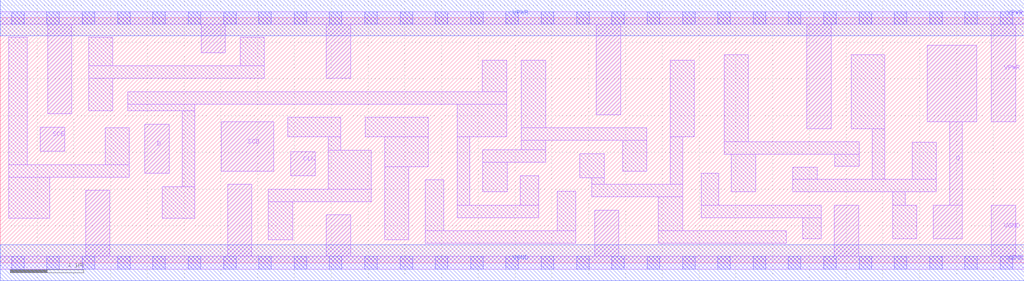
<source format=lef>
# Copyright 2020 The SkyWater PDK Authors
#
# Licensed under the Apache License, Version 2.0 (the "License");
# you may not use this file except in compliance with the License.
# You may obtain a copy of the License at
#
#     https://www.apache.org/licenses/LICENSE-2.0
#
# Unless required by applicable law or agreed to in writing, software
# distributed under the License is distributed on an "AS IS" BASIS,
# WITHOUT WARRANTIES OR CONDITIONS OF ANY KIND, either express or implied.
# See the License for the specific language governing permissions and
# limitations under the License.
#
# SPDX-License-Identifier: Apache-2.0

VERSION 5.7 ;
  NAMESCASESENSITIVE ON ;
  NOWIREEXTENSIONATPIN ON ;
  DIVIDERCHAR "/" ;
  BUSBITCHARS "[]" ;
UNITS
  DATABASE MICRONS 200 ;
END UNITS
MACRO sky130_fd_sc_lp__sdfxtp_lp
  CLASS CORE ;
  SOURCE USER ;
  FOREIGN sky130_fd_sc_lp__sdfxtp_lp ;
  ORIGIN  0.000000  0.000000 ;
  SIZE  13.92000 BY  3.330000 ;
  SYMMETRY X Y R90 ;
  SITE unit ;
  PIN D
    ANTENNAGATEAREA  0.313000 ;
    DIRECTION INPUT ;
    USE SIGNAL ;
    PORT
      LAYER li1 ;
        RECT 1.965000 1.215000 2.295000 1.885000 ;
    END
  END D
  PIN Q
    ANTENNADIFFAREA  0.404700 ;
    DIRECTION OUTPUT ;
    USE SIGNAL ;
    PORT
      LAYER li1 ;
        RECT 12.605000 1.920000 13.275000 2.960000 ;
        RECT 12.685000 0.325000 13.075000 0.785000 ;
        RECT 12.905000 0.785000 13.075000 1.920000 ;
    END
  END Q
  PIN SCD
    ANTENNAGATEAREA  0.313000 ;
    DIRECTION INPUT ;
    USE SIGNAL ;
    PORT
      LAYER li1 ;
        RECT 3.005000 1.245000 3.715000 1.915000 ;
    END
  END SCD
  PIN SCE
    ANTENNAGATEAREA  0.689000 ;
    DIRECTION INPUT ;
    USE SIGNAL ;
    PORT
      LAYER li1 ;
        RECT 0.545000 1.515000 0.875000 1.845000 ;
    END
  END SCE
  PIN CLK
    ANTENNAGATEAREA  0.376000 ;
    DIRECTION INPUT ;
    USE CLOCK ;
    PORT
      LAYER li1 ;
        RECT 3.950000 1.180000 4.280000 1.510000 ;
    END
  END CLK
  PIN VGND
    DIRECTION INOUT ;
    USE GROUND ;
    PORT
      LAYER li1 ;
        RECT  0.000000 -0.085000 13.920000 0.085000 ;
        RECT  1.160000  0.085000  1.490000 0.985000 ;
        RECT  3.090000  0.085000  3.420000 1.065000 ;
        RECT  4.435000  0.085000  4.765000 0.650000 ;
        RECT  8.080000  0.085000  8.410000 0.715000 ;
        RECT 11.340000  0.085000 11.670000 0.785000 ;
        RECT 13.475000  0.085000 13.805000 0.785000 ;
      LAYER mcon ;
        RECT  0.155000 -0.085000  0.325000 0.085000 ;
        RECT  0.635000 -0.085000  0.805000 0.085000 ;
        RECT  1.115000 -0.085000  1.285000 0.085000 ;
        RECT  1.595000 -0.085000  1.765000 0.085000 ;
        RECT  2.075000 -0.085000  2.245000 0.085000 ;
        RECT  2.555000 -0.085000  2.725000 0.085000 ;
        RECT  3.035000 -0.085000  3.205000 0.085000 ;
        RECT  3.515000 -0.085000  3.685000 0.085000 ;
        RECT  3.995000 -0.085000  4.165000 0.085000 ;
        RECT  4.475000 -0.085000  4.645000 0.085000 ;
        RECT  4.955000 -0.085000  5.125000 0.085000 ;
        RECT  5.435000 -0.085000  5.605000 0.085000 ;
        RECT  5.915000 -0.085000  6.085000 0.085000 ;
        RECT  6.395000 -0.085000  6.565000 0.085000 ;
        RECT  6.875000 -0.085000  7.045000 0.085000 ;
        RECT  7.355000 -0.085000  7.525000 0.085000 ;
        RECT  7.835000 -0.085000  8.005000 0.085000 ;
        RECT  8.315000 -0.085000  8.485000 0.085000 ;
        RECT  8.795000 -0.085000  8.965000 0.085000 ;
        RECT  9.275000 -0.085000  9.445000 0.085000 ;
        RECT  9.755000 -0.085000  9.925000 0.085000 ;
        RECT 10.235000 -0.085000 10.405000 0.085000 ;
        RECT 10.715000 -0.085000 10.885000 0.085000 ;
        RECT 11.195000 -0.085000 11.365000 0.085000 ;
        RECT 11.675000 -0.085000 11.845000 0.085000 ;
        RECT 12.155000 -0.085000 12.325000 0.085000 ;
        RECT 12.635000 -0.085000 12.805000 0.085000 ;
        RECT 13.115000 -0.085000 13.285000 0.085000 ;
        RECT 13.595000 -0.085000 13.765000 0.085000 ;
      LAYER met1 ;
        RECT 0.000000 -0.245000 13.920000 0.245000 ;
    END
  END VGND
  PIN VPWR
    DIRECTION INOUT ;
    USE POWER ;
    PORT
      LAYER li1 ;
        RECT  0.000000 3.245000 13.920000 3.415000 ;
        RECT  0.645000 2.025000  0.975000 3.245000 ;
        RECT  2.730000 2.855000  3.060000 3.245000 ;
        RECT  4.435000 2.505000  4.765000 3.245000 ;
        RECT  8.105000 2.015000  8.435000 3.245000 ;
        RECT 10.965000 1.825000 11.295000 3.245000 ;
        RECT 13.475000 1.920000 13.805000 3.245000 ;
      LAYER mcon ;
        RECT  0.155000 3.245000  0.325000 3.415000 ;
        RECT  0.635000 3.245000  0.805000 3.415000 ;
        RECT  1.115000 3.245000  1.285000 3.415000 ;
        RECT  1.595000 3.245000  1.765000 3.415000 ;
        RECT  2.075000 3.245000  2.245000 3.415000 ;
        RECT  2.555000 3.245000  2.725000 3.415000 ;
        RECT  3.035000 3.245000  3.205000 3.415000 ;
        RECT  3.515000 3.245000  3.685000 3.415000 ;
        RECT  3.995000 3.245000  4.165000 3.415000 ;
        RECT  4.475000 3.245000  4.645000 3.415000 ;
        RECT  4.955000 3.245000  5.125000 3.415000 ;
        RECT  5.435000 3.245000  5.605000 3.415000 ;
        RECT  5.915000 3.245000  6.085000 3.415000 ;
        RECT  6.395000 3.245000  6.565000 3.415000 ;
        RECT  6.875000 3.245000  7.045000 3.415000 ;
        RECT  7.355000 3.245000  7.525000 3.415000 ;
        RECT  7.835000 3.245000  8.005000 3.415000 ;
        RECT  8.315000 3.245000  8.485000 3.415000 ;
        RECT  8.795000 3.245000  8.965000 3.415000 ;
        RECT  9.275000 3.245000  9.445000 3.415000 ;
        RECT  9.755000 3.245000  9.925000 3.415000 ;
        RECT 10.235000 3.245000 10.405000 3.415000 ;
        RECT 10.715000 3.245000 10.885000 3.415000 ;
        RECT 11.195000 3.245000 11.365000 3.415000 ;
        RECT 11.675000 3.245000 11.845000 3.415000 ;
        RECT 12.155000 3.245000 12.325000 3.415000 ;
        RECT 12.635000 3.245000 12.805000 3.415000 ;
        RECT 13.115000 3.245000 13.285000 3.415000 ;
        RECT 13.595000 3.245000 13.765000 3.415000 ;
      LAYER met1 ;
        RECT 0.000000 3.085000 13.920000 3.575000 ;
    END
  END VPWR
  OBS
    LAYER li1 ;
      RECT  0.115000 0.605000  0.670000 1.165000 ;
      RECT  0.115000 1.165000  1.755000 1.335000 ;
      RECT  0.115000 1.335000  0.365000 3.065000 ;
      RECT  1.200000 2.065000  1.530000 2.505000 ;
      RECT  1.200000 2.505000  3.590000 2.675000 ;
      RECT  1.200000 2.675000  1.530000 3.065000 ;
      RECT  1.425000 1.335000  1.755000 1.835000 ;
      RECT  1.730000 2.065000  2.645000 2.155000 ;
      RECT  1.730000 2.155000  6.885000 2.325000 ;
      RECT  2.200000 0.605000  2.645000 1.035000 ;
      RECT  2.475000 1.035000  2.645000 2.065000 ;
      RECT  3.260000 2.675000  3.590000 3.065000 ;
      RECT  3.645000 0.310000  3.975000 0.830000 ;
      RECT  3.645000 0.830000  5.045000 1.000000 ;
      RECT  3.905000 1.715000  4.630000 1.975000 ;
      RECT  4.460000 1.000000  5.045000 1.530000 ;
      RECT  4.460000 1.530000  4.630000 1.715000 ;
      RECT  4.965000 1.715000  5.820000 1.975000 ;
      RECT  5.225000 0.310000  5.555000 1.305000 ;
      RECT  5.225000 1.305000  5.820000 1.715000 ;
      RECT  5.780000 0.265000  7.825000 0.435000 ;
      RECT  5.780000 0.435000  6.030000 1.125000 ;
      RECT  6.210000 0.615000  7.320000 0.785000 ;
      RECT  6.210000 0.785000  6.380000 1.715000 ;
      RECT  6.210000 1.715000  6.885000 2.155000 ;
      RECT  6.555000 2.325000  6.885000 2.755000 ;
      RECT  6.560000 0.965000  6.890000 1.365000 ;
      RECT  6.560000 1.365000  7.415000 1.535000 ;
      RECT  7.070000 0.785000  7.320000 1.185000 ;
      RECT  7.085000 1.535000  7.415000 1.665000 ;
      RECT  7.085000 1.665000  8.790000 1.835000 ;
      RECT  7.085000 1.835000  7.415000 2.755000 ;
      RECT  7.575000 0.435000  7.825000 0.975000 ;
      RECT  7.880000 1.155000  8.210000 1.485000 ;
      RECT  8.040000 0.895000  9.275000 1.065000 ;
      RECT  8.040000 1.065000  8.210000 1.155000 ;
      RECT  8.460000 1.245000  8.790000 1.665000 ;
      RECT  8.945000 0.265000 10.685000 0.435000 ;
      RECT  8.945000 0.435000  9.275000 0.895000 ;
      RECT  9.105000 1.065000  9.275000 1.715000 ;
      RECT  9.105000 1.715000  9.435000 2.755000 ;
      RECT  9.530000 0.615000 11.160000 0.785000 ;
      RECT  9.530000 0.785000  9.770000 1.215000 ;
      RECT  9.840000 1.475000 11.675000 1.645000 ;
      RECT  9.840000 1.645000 10.170000 2.825000 ;
      RECT  9.940000 0.965000 10.270000 1.475000 ;
      RECT 10.775000 0.965000 12.725000 1.135000 ;
      RECT 10.775000 1.135000 11.105000 1.295000 ;
      RECT 10.910000 0.325000 11.160000 0.615000 ;
      RECT 11.345000 1.315000 11.675000 1.475000 ;
      RECT 11.570000 1.825000 12.025000 2.825000 ;
      RECT 11.855000 1.135000 12.025000 1.825000 ;
      RECT 12.130000 0.325000 12.460000 0.785000 ;
      RECT 12.130000 0.785000 12.300000 0.965000 ;
      RECT 12.395000 1.135000 12.725000 1.635000 ;
  END
END sky130_fd_sc_lp__sdfxtp_lp

</source>
